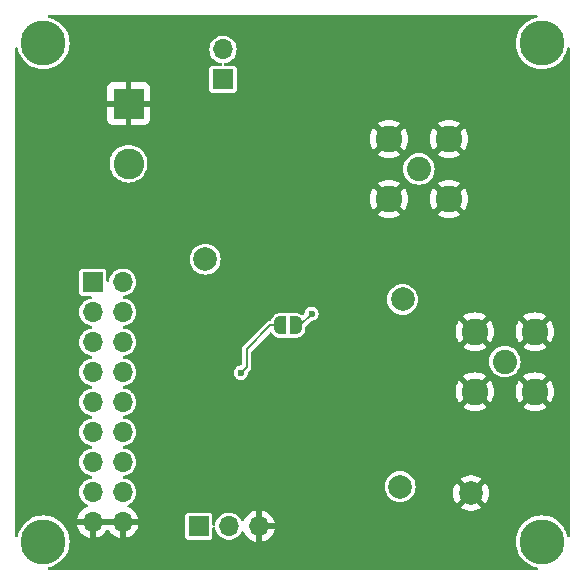
<source format=gbl>
G04 #@! TF.GenerationSoftware,KiCad,Pcbnew,8.0.6*
G04 #@! TF.CreationDate,2025-01-01T01:36:39-07:00*
G04 #@! TF.ProjectId,AD9744 Ersatz Eval Board Rev. A,41443937-3434-4204-9572-7361747a2045,rev?*
G04 #@! TF.SameCoordinates,Original*
G04 #@! TF.FileFunction,Copper,L2,Bot*
G04 #@! TF.FilePolarity,Positive*
%FSLAX46Y46*%
G04 Gerber Fmt 4.6, Leading zero omitted, Abs format (unit mm)*
G04 Created by KiCad (PCBNEW 8.0.6) date 2025-01-01 01:36:39*
%MOMM*%
%LPD*%
G01*
G04 APERTURE LIST*
G04 Aperture macros list*
%AMFreePoly0*
4,1,19,0.500000,-0.750000,0.000000,-0.750000,0.000000,-0.744911,-0.071157,-0.744911,-0.207708,-0.704816,-0.327430,-0.627875,-0.420627,-0.520320,-0.479746,-0.390866,-0.500000,-0.250000,-0.500000,0.250000,-0.479746,0.390866,-0.420627,0.520320,-0.327430,0.627875,-0.207708,0.704816,-0.071157,0.744911,0.000000,0.744911,0.000000,0.750000,0.500000,0.750000,0.500000,-0.750000,0.500000,-0.750000,
$1*%
%AMFreePoly1*
4,1,19,0.000000,0.744911,0.071157,0.744911,0.207708,0.704816,0.327430,0.627875,0.420627,0.520320,0.479746,0.390866,0.500000,0.250000,0.500000,-0.250000,0.479746,-0.390866,0.420627,-0.520320,0.327430,-0.627875,0.207708,-0.704816,0.071157,-0.744911,0.000000,-0.744911,0.000000,-0.750000,-0.500000,-0.750000,-0.500000,0.750000,0.000000,0.750000,0.000000,0.744911,0.000000,0.744911,
$1*%
G04 Aperture macros list end*
G04 #@! TA.AperFunction,ComponentPad*
%ADD10R,1.700000X1.700000*%
G04 #@! TD*
G04 #@! TA.AperFunction,ComponentPad*
%ADD11O,1.700000X1.700000*%
G04 #@! TD*
G04 #@! TA.AperFunction,ComponentPad*
%ADD12C,3.800000*%
G04 #@! TD*
G04 #@! TA.AperFunction,ComponentPad*
%ADD13C,2.000000*%
G04 #@! TD*
G04 #@! TA.AperFunction,ComponentPad*
%ADD14C,2.050000*%
G04 #@! TD*
G04 #@! TA.AperFunction,ComponentPad*
%ADD15C,2.250000*%
G04 #@! TD*
G04 #@! TA.AperFunction,ComponentPad*
%ADD16R,2.600000X2.600000*%
G04 #@! TD*
G04 #@! TA.AperFunction,ComponentPad*
%ADD17C,2.600000*%
G04 #@! TD*
G04 #@! TA.AperFunction,SMDPad,CuDef*
%ADD18FreePoly0,0.000000*%
G04 #@! TD*
G04 #@! TA.AperFunction,SMDPad,CuDef*
%ADD19FreePoly1,0.000000*%
G04 #@! TD*
G04 #@! TA.AperFunction,ViaPad*
%ADD20C,0.600000*%
G04 #@! TD*
G04 #@! TA.AperFunction,Conductor*
%ADD21C,0.200000*%
G04 #@! TD*
G04 APERTURE END LIST*
D10*
X124735000Y-100640000D03*
D11*
X127275000Y-100640000D03*
X124735000Y-103180000D03*
X127275000Y-103180000D03*
X124735000Y-105720000D03*
X127275000Y-105720000D03*
X124735000Y-108260000D03*
X127275000Y-108260000D03*
X124735000Y-110800000D03*
X127275000Y-110800000D03*
X124735000Y-113340000D03*
X127275000Y-113340000D03*
X124735000Y-115880000D03*
X127275000Y-115880000D03*
X124735000Y-118420000D03*
X127275000Y-118420000D03*
X124735000Y-120960000D03*
X127275000Y-120960000D03*
D12*
X162775000Y-122600000D03*
D13*
X150775000Y-117950000D03*
X150975000Y-102100000D03*
D12*
X120575000Y-122600000D03*
D14*
X159635000Y-107360000D03*
D15*
X157095000Y-104820000D03*
X157095000Y-109900000D03*
X162175000Y-104820000D03*
X162175000Y-109900000D03*
D12*
X120575000Y-80400000D03*
D10*
X135775000Y-83475000D03*
D11*
X135775000Y-80935000D03*
D10*
X133735000Y-121300000D03*
D11*
X136275000Y-121300000D03*
X138815000Y-121300000D03*
D14*
X152365000Y-91050000D03*
D15*
X149825000Y-88510000D03*
X149825000Y-93590000D03*
X154905000Y-88510000D03*
X154905000Y-93590000D03*
D16*
X127775000Y-85520000D03*
D17*
X127775000Y-90600000D03*
D13*
X134275000Y-98700000D03*
X156775000Y-118500000D03*
D12*
X162775000Y-80400000D03*
D18*
X140625000Y-104300000D03*
D19*
X141925000Y-104300000D03*
D20*
X145575000Y-104950000D03*
X143900735Y-101825735D03*
X137735000Y-103000000D03*
X139220947Y-107215482D03*
X141422748Y-111233667D03*
X146075000Y-109900000D03*
X136575000Y-119000000D03*
X142735000Y-96400000D03*
X145575000Y-114950000D03*
X126775000Y-97500000D03*
X138575000Y-119000000D03*
X125275000Y-97500000D03*
X129775000Y-97500000D03*
X138275000Y-85300000D03*
X141394740Y-113408073D03*
X144075000Y-104950000D03*
X144075000Y-114950000D03*
X145575000Y-92700000D03*
X136575000Y-97500000D03*
X151175000Y-112400000D03*
X137275000Y-108300000D03*
X143275000Y-103300000D03*
D21*
X140625000Y-104300000D02*
X139775000Y-104300000D01*
X137775000Y-107800000D02*
X137275000Y-108300000D01*
X137775000Y-106300000D02*
X137775000Y-107800000D01*
X139775000Y-104300000D02*
X137775000Y-106300000D01*
X143275000Y-103300000D02*
X142275000Y-104300000D01*
G04 #@! TA.AperFunction,Conductor*
G36*
X126809075Y-120767007D02*
G01*
X126775000Y-120894174D01*
X126775000Y-121025826D01*
X126809075Y-121152993D01*
X126841988Y-121210000D01*
X125168012Y-121210000D01*
X125200925Y-121152993D01*
X125235000Y-121025826D01*
X125235000Y-120894174D01*
X125200925Y-120767007D01*
X125168012Y-120710000D01*
X126841988Y-120710000D01*
X126809075Y-120767007D01*
G37*
G04 #@! TD.AperFunction*
G04 #@! TA.AperFunction,Conductor*
G36*
X162366755Y-78020185D02*
G01*
X162412510Y-78072989D01*
X162422454Y-78142147D01*
X162393429Y-78205703D01*
X162334651Y-78243477D01*
X162323907Y-78246117D01*
X162204254Y-78269917D01*
X162204239Y-78269921D01*
X161931094Y-78362642D01*
X161672393Y-78490219D01*
X161672386Y-78490223D01*
X161432547Y-78650478D01*
X161215672Y-78840672D01*
X161025478Y-79057547D01*
X160865223Y-79297386D01*
X160865219Y-79297393D01*
X160737642Y-79556094D01*
X160644921Y-79829239D01*
X160644917Y-79829254D01*
X160588646Y-80112150D01*
X160588644Y-80112162D01*
X160569778Y-80400000D01*
X160588644Y-80687837D01*
X160588646Y-80687849D01*
X160644917Y-80970745D01*
X160644921Y-80970760D01*
X160737642Y-81243905D01*
X160865219Y-81502606D01*
X160865223Y-81502613D01*
X161025478Y-81742452D01*
X161215672Y-81959327D01*
X161432547Y-82149521D01*
X161664961Y-82304815D01*
X161672389Y-82309778D01*
X161931098Y-82437359D01*
X162204247Y-82530081D01*
X162487161Y-82586356D01*
X162775000Y-82605222D01*
X163062839Y-82586356D01*
X163345753Y-82530081D01*
X163618902Y-82437359D01*
X163877611Y-82309778D01*
X164117454Y-82149520D01*
X164334327Y-81959327D01*
X164524520Y-81742454D01*
X164684778Y-81502611D01*
X164812359Y-81243902D01*
X164905081Y-80970753D01*
X164928883Y-80851091D01*
X164961268Y-80789181D01*
X165021983Y-80754607D01*
X165091753Y-80758346D01*
X165148425Y-80799212D01*
X165174006Y-80864231D01*
X165174500Y-80875283D01*
X165174500Y-122124716D01*
X165154815Y-122191755D01*
X165102011Y-122237510D01*
X165032853Y-122247454D01*
X164969297Y-122218429D01*
X164931523Y-122159651D01*
X164928883Y-122148907D01*
X164921238Y-122110474D01*
X164905081Y-122029247D01*
X164812359Y-121756098D01*
X164684778Y-121497389D01*
X164681841Y-121492993D01*
X164524521Y-121257547D01*
X164334327Y-121040672D01*
X164117452Y-120850478D01*
X163877613Y-120690223D01*
X163877606Y-120690219D01*
X163618905Y-120562642D01*
X163345760Y-120469921D01*
X163345754Y-120469919D01*
X163345753Y-120469919D01*
X163345751Y-120469918D01*
X163345745Y-120469917D01*
X163062849Y-120413646D01*
X163062839Y-120413644D01*
X162775000Y-120394778D01*
X162487161Y-120413644D01*
X162487155Y-120413645D01*
X162487150Y-120413646D01*
X162204254Y-120469917D01*
X162204239Y-120469921D01*
X161931094Y-120562642D01*
X161672393Y-120690219D01*
X161672386Y-120690223D01*
X161432547Y-120850478D01*
X161215672Y-121040672D01*
X161025478Y-121257547D01*
X160865223Y-121497386D01*
X160865219Y-121497393D01*
X160737642Y-121756094D01*
X160644921Y-122029239D01*
X160644917Y-122029254D01*
X160588646Y-122312150D01*
X160588644Y-122312162D01*
X160569778Y-122600000D01*
X160588644Y-122887837D01*
X160588646Y-122887849D01*
X160644917Y-123170745D01*
X160644921Y-123170760D01*
X160737642Y-123443905D01*
X160865219Y-123702606D01*
X160865223Y-123702613D01*
X161025478Y-123942452D01*
X161215672Y-124159327D01*
X161432547Y-124349521D01*
X161672386Y-124509776D01*
X161672389Y-124509778D01*
X161931098Y-124637359D01*
X162204247Y-124730081D01*
X162285474Y-124746238D01*
X162323907Y-124753883D01*
X162385818Y-124786268D01*
X162420392Y-124846983D01*
X162416653Y-124916753D01*
X162375786Y-124973425D01*
X162310768Y-124999006D01*
X162299716Y-124999500D01*
X121050284Y-124999500D01*
X120983245Y-124979815D01*
X120937490Y-124927011D01*
X120927546Y-124857853D01*
X120956571Y-124794297D01*
X121015349Y-124756523D01*
X121026093Y-124753883D01*
X121054685Y-124748195D01*
X121145753Y-124730081D01*
X121418902Y-124637359D01*
X121677611Y-124509778D01*
X121917454Y-124349520D01*
X122134327Y-124159327D01*
X122324520Y-123942454D01*
X122484778Y-123702611D01*
X122612359Y-123443902D01*
X122705081Y-123170753D01*
X122761356Y-122887839D01*
X122780222Y-122600000D01*
X122761356Y-122312161D01*
X122705081Y-122029247D01*
X122612359Y-121756098D01*
X122484778Y-121497389D01*
X122481841Y-121492993D01*
X122324521Y-121257547D01*
X122134327Y-121040672D01*
X121917452Y-120850478D01*
X121707210Y-120709999D01*
X123404364Y-120709999D01*
X123404364Y-120710000D01*
X124301988Y-120710000D01*
X124269075Y-120767007D01*
X124235000Y-120894174D01*
X124235000Y-121025826D01*
X124269075Y-121152993D01*
X124301988Y-121210000D01*
X123404364Y-121210000D01*
X123461567Y-121423486D01*
X123461570Y-121423492D01*
X123561399Y-121637578D01*
X123696894Y-121831082D01*
X123863917Y-121998105D01*
X124057421Y-122133600D01*
X124271507Y-122233429D01*
X124271516Y-122233433D01*
X124485000Y-122290634D01*
X124485000Y-121393012D01*
X124542007Y-121425925D01*
X124669174Y-121460000D01*
X124800826Y-121460000D01*
X124927993Y-121425925D01*
X124985000Y-121393012D01*
X124985000Y-122290633D01*
X125198483Y-122233433D01*
X125198492Y-122233429D01*
X125412578Y-122133600D01*
X125606082Y-121998105D01*
X125773105Y-121831082D01*
X125903425Y-121644968D01*
X125958002Y-121601344D01*
X126027501Y-121594151D01*
X126089855Y-121625673D01*
X126106575Y-121644968D01*
X126236894Y-121831082D01*
X126403917Y-121998105D01*
X126597421Y-122133600D01*
X126811507Y-122233429D01*
X126811516Y-122233433D01*
X127025000Y-122290634D01*
X127025000Y-121393012D01*
X127082007Y-121425925D01*
X127209174Y-121460000D01*
X127340826Y-121460000D01*
X127467993Y-121425925D01*
X127525000Y-121393012D01*
X127525000Y-122290633D01*
X127738483Y-122233433D01*
X127738492Y-122233429D01*
X127952578Y-122133600D01*
X128146082Y-121998105D01*
X128313105Y-121831082D01*
X128448600Y-121637578D01*
X128548429Y-121423492D01*
X128548432Y-121423486D01*
X128605636Y-121210000D01*
X127708012Y-121210000D01*
X127740925Y-121152993D01*
X127775000Y-121025826D01*
X127775000Y-120894174D01*
X127740925Y-120767007D01*
X127708012Y-120710000D01*
X128605636Y-120710000D01*
X128605635Y-120709999D01*
X128548432Y-120496513D01*
X128548429Y-120496507D01*
X128505820Y-120405131D01*
X132584500Y-120405131D01*
X132584500Y-122194856D01*
X132584502Y-122194882D01*
X132587413Y-122219987D01*
X132587415Y-122219991D01*
X132632793Y-122322764D01*
X132632794Y-122322765D01*
X132712235Y-122402206D01*
X132815009Y-122447585D01*
X132840135Y-122450500D01*
X134629864Y-122450499D01*
X134629879Y-122450497D01*
X134629882Y-122450497D01*
X134654987Y-122447586D01*
X134654988Y-122447585D01*
X134654991Y-122447585D01*
X134757765Y-122402206D01*
X134837206Y-122322765D01*
X134882585Y-122219991D01*
X134885500Y-122194865D01*
X134885499Y-121456046D01*
X134905183Y-121389009D01*
X134957987Y-121343254D01*
X135027146Y-121333310D01*
X135090702Y-121362335D01*
X135128476Y-121421113D01*
X135132970Y-121444606D01*
X135134397Y-121460000D01*
X135139244Y-121512310D01*
X135192675Y-121700099D01*
X135197596Y-121717392D01*
X135197596Y-121717394D01*
X135292632Y-121908253D01*
X135384009Y-122029254D01*
X135421128Y-122078407D01*
X135578698Y-122222052D01*
X135759981Y-122334298D01*
X135958802Y-122411321D01*
X136168390Y-122450500D01*
X136168392Y-122450500D01*
X136381608Y-122450500D01*
X136381610Y-122450500D01*
X136591198Y-122411321D01*
X136790019Y-122334298D01*
X136971302Y-122222052D01*
X137128872Y-122078407D01*
X137257366Y-121908255D01*
X137324325Y-121773781D01*
X137371825Y-121722548D01*
X137439488Y-121705126D01*
X137505828Y-121727051D01*
X137547705Y-121776651D01*
X137641399Y-121977578D01*
X137776894Y-122171082D01*
X137943917Y-122338105D01*
X138137421Y-122473600D01*
X138351507Y-122573429D01*
X138351516Y-122573433D01*
X138565000Y-122630634D01*
X138565000Y-121733012D01*
X138622007Y-121765925D01*
X138749174Y-121800000D01*
X138880826Y-121800000D01*
X139007993Y-121765925D01*
X139065000Y-121733012D01*
X139065000Y-122630633D01*
X139278483Y-122573433D01*
X139278492Y-122573429D01*
X139492578Y-122473600D01*
X139686082Y-122338105D01*
X139853105Y-122171082D01*
X139988600Y-121977578D01*
X140088429Y-121763492D01*
X140088432Y-121763486D01*
X140145636Y-121550000D01*
X139248012Y-121550000D01*
X139280925Y-121492993D01*
X139315000Y-121365826D01*
X139315000Y-121234174D01*
X139280925Y-121107007D01*
X139248012Y-121050000D01*
X140145636Y-121050000D01*
X140145635Y-121049999D01*
X140088432Y-120836513D01*
X140088429Y-120836507D01*
X139988600Y-120622422D01*
X139988599Y-120622420D01*
X139853113Y-120428926D01*
X139853108Y-120428920D01*
X139686082Y-120261894D01*
X139492578Y-120126399D01*
X139278492Y-120026570D01*
X139278486Y-120026567D01*
X139065000Y-119969364D01*
X139065000Y-120866988D01*
X139007993Y-120834075D01*
X138880826Y-120800000D01*
X138749174Y-120800000D01*
X138622007Y-120834075D01*
X138565000Y-120866988D01*
X138565000Y-119969364D01*
X138564999Y-119969364D01*
X138351513Y-120026567D01*
X138351507Y-120026570D01*
X138137422Y-120126399D01*
X138137420Y-120126400D01*
X137943926Y-120261886D01*
X137943920Y-120261891D01*
X137776891Y-120428920D01*
X137776886Y-120428926D01*
X137641400Y-120622420D01*
X137641399Y-120622422D01*
X137547705Y-120823348D01*
X137501532Y-120875787D01*
X137434339Y-120894939D01*
X137367457Y-120874723D01*
X137324324Y-120826216D01*
X137257366Y-120691745D01*
X137128872Y-120521593D01*
X136971302Y-120377948D01*
X136790019Y-120265702D01*
X136790017Y-120265701D01*
X136690608Y-120227190D01*
X136591198Y-120188679D01*
X136381610Y-120149500D01*
X136168390Y-120149500D01*
X135958802Y-120188679D01*
X135958799Y-120188679D01*
X135958799Y-120188680D01*
X135759982Y-120265701D01*
X135759980Y-120265702D01*
X135578699Y-120377947D01*
X135421127Y-120521593D01*
X135292632Y-120691746D01*
X135197596Y-120882605D01*
X135197596Y-120882607D01*
X135139244Y-121087689D01*
X135132970Y-121155394D01*
X135107183Y-121220331D01*
X135050383Y-121261018D01*
X134980602Y-121264538D01*
X134919995Y-121229772D01*
X134887806Y-121167759D01*
X134885499Y-121143952D01*
X134885499Y-120405143D01*
X134885499Y-120405136D01*
X134884298Y-120394778D01*
X134882586Y-120380012D01*
X134882585Y-120380010D01*
X134882585Y-120380009D01*
X134837206Y-120277235D01*
X134757765Y-120197794D01*
X134737124Y-120188680D01*
X134654992Y-120152415D01*
X134629865Y-120149500D01*
X132840143Y-120149500D01*
X132840117Y-120149502D01*
X132815012Y-120152413D01*
X132815008Y-120152415D01*
X132712235Y-120197793D01*
X132632794Y-120277234D01*
X132587415Y-120380006D01*
X132587415Y-120380008D01*
X132584500Y-120405131D01*
X128505820Y-120405131D01*
X128448600Y-120282422D01*
X128448599Y-120282420D01*
X128313113Y-120088926D01*
X128313108Y-120088920D01*
X128146082Y-119921894D01*
X127952578Y-119786399D01*
X127753426Y-119693533D01*
X127700987Y-119647360D01*
X127681835Y-119580167D01*
X127702051Y-119513286D01*
X127755216Y-119467951D01*
X127761005Y-119465537D01*
X127790019Y-119454298D01*
X127971302Y-119342052D01*
X128128872Y-119198407D01*
X128257366Y-119028255D01*
X128296310Y-118950045D01*
X128352403Y-118837394D01*
X128352403Y-118837393D01*
X128352405Y-118837389D01*
X128410756Y-118632310D01*
X128430429Y-118420000D01*
X128410756Y-118207690D01*
X128352405Y-118002611D01*
X128352403Y-118002606D01*
X128352403Y-118002605D01*
X128326208Y-117949998D01*
X149469532Y-117949998D01*
X149469532Y-117950001D01*
X149489364Y-118176686D01*
X149489366Y-118176697D01*
X149548258Y-118396488D01*
X149548261Y-118396497D01*
X149644431Y-118602732D01*
X149644432Y-118602734D01*
X149774954Y-118789141D01*
X149935858Y-118950045D01*
X149935861Y-118950047D01*
X150122266Y-119080568D01*
X150328504Y-119176739D01*
X150548308Y-119235635D01*
X150710230Y-119249801D01*
X150774998Y-119255468D01*
X150775000Y-119255468D01*
X150775002Y-119255468D01*
X150831673Y-119250509D01*
X151001692Y-119235635D01*
X151221496Y-119176739D01*
X151427734Y-119080568D01*
X151614139Y-118950047D01*
X151775047Y-118789139D01*
X151905568Y-118602734D01*
X151953477Y-118499994D01*
X155269859Y-118499994D01*
X155269859Y-118500005D01*
X155290385Y-118747729D01*
X155290387Y-118747738D01*
X155351412Y-118988717D01*
X155451266Y-119216364D01*
X155551564Y-119369882D01*
X156292037Y-118629409D01*
X156309075Y-118692993D01*
X156374901Y-118807007D01*
X156467993Y-118900099D01*
X156582007Y-118965925D01*
X156645590Y-118982962D01*
X155904942Y-119723609D01*
X155951768Y-119760055D01*
X155951770Y-119760056D01*
X156170385Y-119878364D01*
X156170396Y-119878369D01*
X156405506Y-119959083D01*
X156650707Y-120000000D01*
X156899293Y-120000000D01*
X157144493Y-119959083D01*
X157379603Y-119878369D01*
X157379614Y-119878364D01*
X157598228Y-119760057D01*
X157598231Y-119760055D01*
X157645056Y-119723609D01*
X156904409Y-118982962D01*
X156967993Y-118965925D01*
X157082007Y-118900099D01*
X157175099Y-118807007D01*
X157240925Y-118692993D01*
X157257962Y-118629410D01*
X157998434Y-119369882D01*
X158098731Y-119216369D01*
X158198587Y-118988717D01*
X158259612Y-118747738D01*
X158259614Y-118747729D01*
X158280141Y-118500005D01*
X158280141Y-118499994D01*
X158259614Y-118252270D01*
X158259612Y-118252261D01*
X158198587Y-118011282D01*
X158098731Y-117783630D01*
X157998434Y-117630116D01*
X157257962Y-118370589D01*
X157240925Y-118307007D01*
X157175099Y-118192993D01*
X157082007Y-118099901D01*
X156967993Y-118034075D01*
X156904410Y-118017037D01*
X157645057Y-117276390D01*
X157645056Y-117276389D01*
X157598229Y-117239943D01*
X157379614Y-117121635D01*
X157379603Y-117121630D01*
X157144493Y-117040916D01*
X156899293Y-117000000D01*
X156650707Y-117000000D01*
X156405506Y-117040916D01*
X156170396Y-117121630D01*
X156170390Y-117121632D01*
X155951761Y-117239949D01*
X155904942Y-117276388D01*
X155904942Y-117276390D01*
X156645590Y-118017037D01*
X156582007Y-118034075D01*
X156467993Y-118099901D01*
X156374901Y-118192993D01*
X156309075Y-118307007D01*
X156292037Y-118370589D01*
X155551564Y-117630116D01*
X155451267Y-117783632D01*
X155351412Y-118011282D01*
X155290387Y-118252261D01*
X155290385Y-118252270D01*
X155269859Y-118499994D01*
X151953477Y-118499994D01*
X152001739Y-118396496D01*
X152060635Y-118176692D01*
X152080468Y-117950000D01*
X152060635Y-117723308D01*
X152001739Y-117503504D01*
X151905568Y-117297266D01*
X151782589Y-117121632D01*
X151775045Y-117110858D01*
X151614141Y-116949954D01*
X151427734Y-116819432D01*
X151427732Y-116819431D01*
X151221497Y-116723261D01*
X151221488Y-116723258D01*
X151001697Y-116664366D01*
X151001693Y-116664365D01*
X151001692Y-116664365D01*
X151001691Y-116664364D01*
X151001686Y-116664364D01*
X150775002Y-116644532D01*
X150774998Y-116644532D01*
X150548313Y-116664364D01*
X150548302Y-116664366D01*
X150328511Y-116723258D01*
X150328502Y-116723261D01*
X150122267Y-116819431D01*
X150122265Y-116819432D01*
X149935858Y-116949954D01*
X149774954Y-117110858D01*
X149644432Y-117297265D01*
X149644431Y-117297267D01*
X149548261Y-117503502D01*
X149548258Y-117503511D01*
X149489366Y-117723302D01*
X149489364Y-117723313D01*
X149469532Y-117949998D01*
X128326208Y-117949998D01*
X128257367Y-117811746D01*
X128128872Y-117641593D01*
X128116282Y-117630116D01*
X127971302Y-117497948D01*
X127790019Y-117385702D01*
X127790017Y-117385701D01*
X127690608Y-117347190D01*
X127591198Y-117308679D01*
X127394385Y-117271888D01*
X127332106Y-117240221D01*
X127296833Y-117179908D01*
X127299767Y-117110100D01*
X127339976Y-117052960D01*
X127394384Y-117028111D01*
X127591198Y-116991321D01*
X127790019Y-116914298D01*
X127971302Y-116802052D01*
X128128872Y-116658407D01*
X128257366Y-116488255D01*
X128352405Y-116297389D01*
X128410756Y-116092310D01*
X128430429Y-115880000D01*
X128410756Y-115667690D01*
X128352405Y-115462611D01*
X128352403Y-115462606D01*
X128352403Y-115462605D01*
X128257367Y-115271746D01*
X128128872Y-115101593D01*
X127971302Y-114957948D01*
X127790019Y-114845702D01*
X127790017Y-114845701D01*
X127690608Y-114807190D01*
X127591198Y-114768679D01*
X127394385Y-114731888D01*
X127332106Y-114700221D01*
X127296833Y-114639908D01*
X127299767Y-114570100D01*
X127339976Y-114512960D01*
X127394384Y-114488111D01*
X127591198Y-114451321D01*
X127790019Y-114374298D01*
X127971302Y-114262052D01*
X128128872Y-114118407D01*
X128257366Y-113948255D01*
X128352405Y-113757389D01*
X128410756Y-113552310D01*
X128430429Y-113340000D01*
X128410756Y-113127690D01*
X128352405Y-112922611D01*
X128352403Y-112922606D01*
X128352403Y-112922605D01*
X128257367Y-112731746D01*
X128128872Y-112561593D01*
X127971302Y-112417948D01*
X127790019Y-112305702D01*
X127790017Y-112305701D01*
X127690608Y-112267190D01*
X127591198Y-112228679D01*
X127394385Y-112191888D01*
X127332106Y-112160221D01*
X127296833Y-112099908D01*
X127299767Y-112030100D01*
X127339976Y-111972960D01*
X127394384Y-111948111D01*
X127591198Y-111911321D01*
X127790019Y-111834298D01*
X127971302Y-111722052D01*
X128128872Y-111578407D01*
X128257366Y-111408255D01*
X128285197Y-111352363D01*
X128352403Y-111217394D01*
X128352403Y-111217393D01*
X128352405Y-111217389D01*
X128410756Y-111012310D01*
X128430429Y-110800000D01*
X128410756Y-110587690D01*
X128352405Y-110382611D01*
X128352403Y-110382606D01*
X128352403Y-110382605D01*
X128257367Y-110191746D01*
X128128872Y-110021593D01*
X128087325Y-109983718D01*
X127995492Y-109900000D01*
X155464975Y-109900000D01*
X155485042Y-110154989D01*
X155544752Y-110403702D01*
X155642634Y-110640012D01*
X155642636Y-110640015D01*
X155776277Y-110858098D01*
X155776284Y-110858107D01*
X155779533Y-110861912D01*
X156340884Y-110300560D01*
X156341740Y-110302626D01*
X156434762Y-110441844D01*
X156553156Y-110560238D01*
X156692374Y-110653260D01*
X156694437Y-110654114D01*
X156133087Y-111215465D01*
X156136897Y-111218719D01*
X156354984Y-111352363D01*
X156354987Y-111352365D01*
X156591297Y-111450247D01*
X156840011Y-111509957D01*
X156840010Y-111509957D01*
X157095000Y-111530024D01*
X157349989Y-111509957D01*
X157598702Y-111450247D01*
X157835012Y-111352365D01*
X157835015Y-111352363D01*
X158053095Y-111218724D01*
X158053110Y-111218713D01*
X158056911Y-111215466D01*
X158056911Y-111215464D01*
X157495562Y-110654114D01*
X157497626Y-110653260D01*
X157636844Y-110560238D01*
X157755238Y-110441844D01*
X157848260Y-110302626D01*
X157849114Y-110300561D01*
X158410464Y-110861911D01*
X158410466Y-110861911D01*
X158413713Y-110858110D01*
X158413724Y-110858095D01*
X158547363Y-110640015D01*
X158547365Y-110640012D01*
X158645247Y-110403702D01*
X158704957Y-110154989D01*
X158725024Y-109900000D01*
X160544975Y-109900000D01*
X160565042Y-110154989D01*
X160624752Y-110403702D01*
X160722634Y-110640012D01*
X160722636Y-110640015D01*
X160856277Y-110858098D01*
X160856284Y-110858107D01*
X160859533Y-110861912D01*
X161420884Y-110300560D01*
X161421740Y-110302626D01*
X161514762Y-110441844D01*
X161633156Y-110560238D01*
X161772374Y-110653260D01*
X161774437Y-110654114D01*
X161213087Y-111215465D01*
X161216897Y-111218719D01*
X161434984Y-111352363D01*
X161434987Y-111352365D01*
X161671297Y-111450247D01*
X161920011Y-111509957D01*
X161920010Y-111509957D01*
X162175000Y-111530024D01*
X162429989Y-111509957D01*
X162678702Y-111450247D01*
X162915012Y-111352365D01*
X162915015Y-111352363D01*
X163133095Y-111218724D01*
X163133110Y-111218713D01*
X163136911Y-111215466D01*
X163136911Y-111215464D01*
X162575562Y-110654114D01*
X162577626Y-110653260D01*
X162716844Y-110560238D01*
X162835238Y-110441844D01*
X162928260Y-110302626D01*
X162929114Y-110300561D01*
X163490464Y-110861911D01*
X163490466Y-110861911D01*
X163493713Y-110858110D01*
X163493724Y-110858095D01*
X163627363Y-110640015D01*
X163627365Y-110640012D01*
X163725247Y-110403702D01*
X163784957Y-110154989D01*
X163805024Y-109900000D01*
X163784957Y-109645010D01*
X163725247Y-109396297D01*
X163627365Y-109159987D01*
X163627363Y-109159984D01*
X163493719Y-108941897D01*
X163490465Y-108938087D01*
X162929114Y-109499437D01*
X162928260Y-109497374D01*
X162835238Y-109358156D01*
X162716844Y-109239762D01*
X162577626Y-109146740D01*
X162575561Y-109145884D01*
X163136912Y-108584533D01*
X163133107Y-108581284D01*
X163133098Y-108581277D01*
X162915015Y-108447636D01*
X162915012Y-108447634D01*
X162678702Y-108349752D01*
X162429988Y-108290042D01*
X162429989Y-108290042D01*
X162175000Y-108269975D01*
X161920010Y-108290042D01*
X161671297Y-108349752D01*
X161434987Y-108447634D01*
X161434984Y-108447636D01*
X161216893Y-108581282D01*
X161213086Y-108584532D01*
X161774438Y-109145884D01*
X161772374Y-109146740D01*
X161633156Y-109239762D01*
X161514762Y-109358156D01*
X161421740Y-109497374D01*
X161420884Y-109499438D01*
X160859532Y-108938086D01*
X160856282Y-108941893D01*
X160722636Y-109159984D01*
X160722634Y-109159987D01*
X160624752Y-109396297D01*
X160565042Y-109645010D01*
X160544975Y-109900000D01*
X158725024Y-109900000D01*
X158704957Y-109645010D01*
X158645247Y-109396297D01*
X158547365Y-109159987D01*
X158547363Y-109159984D01*
X158413719Y-108941897D01*
X158410465Y-108938087D01*
X157849114Y-109499437D01*
X157848260Y-109497374D01*
X157755238Y-109358156D01*
X157636844Y-109239762D01*
X157497626Y-109146740D01*
X157495561Y-109145884D01*
X158056912Y-108584533D01*
X158053107Y-108581284D01*
X158053098Y-108581277D01*
X157835015Y-108447636D01*
X157835012Y-108447634D01*
X157598702Y-108349752D01*
X157349988Y-108290042D01*
X157349989Y-108290042D01*
X157095000Y-108269975D01*
X156840010Y-108290042D01*
X156591297Y-108349752D01*
X156354987Y-108447634D01*
X156354984Y-108447636D01*
X156136893Y-108581282D01*
X156133086Y-108584532D01*
X156694438Y-109145884D01*
X156692374Y-109146740D01*
X156553156Y-109239762D01*
X156434762Y-109358156D01*
X156341740Y-109497374D01*
X156340884Y-109499438D01*
X155779532Y-108938086D01*
X155776282Y-108941893D01*
X155642636Y-109159984D01*
X155642634Y-109159987D01*
X155544752Y-109396297D01*
X155485042Y-109645010D01*
X155464975Y-109900000D01*
X127995492Y-109900000D01*
X127971302Y-109877948D01*
X127790019Y-109765702D01*
X127790017Y-109765701D01*
X127690608Y-109727190D01*
X127591198Y-109688679D01*
X127394385Y-109651888D01*
X127332106Y-109620221D01*
X127296833Y-109559908D01*
X127299767Y-109490100D01*
X127339976Y-109432960D01*
X127394384Y-109408111D01*
X127591198Y-109371321D01*
X127790019Y-109294298D01*
X127971302Y-109182052D01*
X128128872Y-109038407D01*
X128257366Y-108868255D01*
X128327064Y-108728281D01*
X128352403Y-108677394D01*
X128352403Y-108677393D01*
X128352405Y-108677389D01*
X128410756Y-108472310D01*
X128426723Y-108299998D01*
X136669318Y-108299998D01*
X136669318Y-108300001D01*
X136689955Y-108456760D01*
X136689956Y-108456762D01*
X136742880Y-108584533D01*
X136750464Y-108602841D01*
X136846718Y-108728282D01*
X136972159Y-108824536D01*
X137118238Y-108885044D01*
X137196619Y-108895363D01*
X137274999Y-108905682D01*
X137275000Y-108905682D01*
X137275001Y-108905682D01*
X137327254Y-108898802D01*
X137431762Y-108885044D01*
X137577841Y-108824536D01*
X137703282Y-108728282D01*
X137799536Y-108602841D01*
X137860044Y-108456762D01*
X137880682Y-108300000D01*
X137880681Y-108299997D01*
X137881144Y-108296485D01*
X137909410Y-108232589D01*
X137916393Y-108224998D01*
X138010701Y-108130689D01*
X138010706Y-108130686D01*
X138020911Y-108120480D01*
X138020913Y-108120480D01*
X138095480Y-108045913D01*
X138123628Y-107997159D01*
X138148207Y-107954588D01*
X138175500Y-107852727D01*
X138175500Y-107747273D01*
X138175500Y-107359998D01*
X158304437Y-107359998D01*
X158304437Y-107360001D01*
X158324650Y-107591044D01*
X158324651Y-107591051D01*
X158384678Y-107815074D01*
X158384679Y-107815076D01*
X158384680Y-107815079D01*
X158482699Y-108025282D01*
X158615730Y-108215269D01*
X158779731Y-108379270D01*
X158969718Y-108512301D01*
X159179921Y-108610320D01*
X159403950Y-108670349D01*
X159568985Y-108684787D01*
X159634998Y-108690563D01*
X159635000Y-108690563D01*
X159635002Y-108690563D01*
X159692762Y-108685509D01*
X159866050Y-108670349D01*
X160090079Y-108610320D01*
X160300282Y-108512301D01*
X160490269Y-108379270D01*
X160654270Y-108215269D01*
X160787301Y-108025282D01*
X160885320Y-107815079D01*
X160945349Y-107591050D01*
X160965563Y-107360000D01*
X160945349Y-107128950D01*
X160885320Y-106904921D01*
X160787301Y-106694719D01*
X160787299Y-106694716D01*
X160787298Y-106694714D01*
X160654273Y-106504735D01*
X160654268Y-106504729D01*
X160490269Y-106340730D01*
X160356799Y-106247273D01*
X160300282Y-106207699D01*
X160090079Y-106109680D01*
X160090076Y-106109679D01*
X160090074Y-106109678D01*
X159866051Y-106049651D01*
X159866044Y-106049650D01*
X159635002Y-106029437D01*
X159634998Y-106029437D01*
X159403955Y-106049650D01*
X159403948Y-106049651D01*
X159179917Y-106109681D01*
X158969718Y-106207699D01*
X158969714Y-106207701D01*
X158779735Y-106340726D01*
X158779729Y-106340731D01*
X158615731Y-106504729D01*
X158615726Y-106504735D01*
X158482701Y-106694714D01*
X158482699Y-106694718D01*
X158384681Y-106904917D01*
X158324651Y-107128948D01*
X158324650Y-107128955D01*
X158304437Y-107359998D01*
X138175500Y-107359998D01*
X138175500Y-106517254D01*
X138195185Y-106450215D01*
X138211814Y-106429578D01*
X139723523Y-104917868D01*
X139784844Y-104884385D01*
X139854536Y-104889369D01*
X139910469Y-104931241D01*
X139920036Y-104946128D01*
X139922155Y-104950009D01*
X139969162Y-105023153D01*
X139969173Y-105023169D01*
X140063320Y-105131821D01*
X140063323Y-105131823D01*
X140129030Y-105188758D01*
X140129037Y-105188764D01*
X140249985Y-105266493D01*
X140249991Y-105266496D01*
X140329087Y-105302618D01*
X140467042Y-105343125D01*
X140553111Y-105355500D01*
X140553112Y-105355500D01*
X141124998Y-105355500D01*
X141125000Y-105355500D01*
X141153188Y-105354197D01*
X141235063Y-105330901D01*
X141304929Y-105331487D01*
X141313792Y-105334541D01*
X141314638Y-105334869D01*
X141314639Y-105334869D01*
X141314641Y-105334870D01*
X141425000Y-105355500D01*
X141425002Y-105355500D01*
X141996888Y-105355500D01*
X141996889Y-105355500D01*
X142082958Y-105343125D01*
X142220913Y-105302618D01*
X142300009Y-105266496D01*
X142420963Y-105188764D01*
X142486681Y-105131819D01*
X142542035Y-105067936D01*
X142580826Y-105023169D01*
X142580828Y-105023166D01*
X142580835Y-105023158D01*
X142627844Y-104950010D01*
X142627846Y-104950005D01*
X142627850Y-104949998D01*
X142687218Y-104820000D01*
X155464975Y-104820000D01*
X155485042Y-105074989D01*
X155544752Y-105323702D01*
X155642634Y-105560012D01*
X155642636Y-105560015D01*
X155776277Y-105778098D01*
X155776284Y-105778107D01*
X155779533Y-105781912D01*
X156340884Y-105220560D01*
X156341740Y-105222626D01*
X156434762Y-105361844D01*
X156553156Y-105480238D01*
X156692374Y-105573260D01*
X156694437Y-105574114D01*
X156133087Y-106135465D01*
X156136897Y-106138719D01*
X156354984Y-106272363D01*
X156354987Y-106272365D01*
X156591297Y-106370247D01*
X156840011Y-106429957D01*
X156840010Y-106429957D01*
X157095000Y-106450024D01*
X157349989Y-106429957D01*
X157598702Y-106370247D01*
X157835012Y-106272365D01*
X157835015Y-106272363D01*
X158053095Y-106138724D01*
X158053110Y-106138713D01*
X158056911Y-106135466D01*
X158056911Y-106135464D01*
X157495562Y-105574114D01*
X157497626Y-105573260D01*
X157636844Y-105480238D01*
X157755238Y-105361844D01*
X157848260Y-105222626D01*
X157849114Y-105220561D01*
X158410464Y-105781911D01*
X158410466Y-105781911D01*
X158413713Y-105778110D01*
X158413724Y-105778095D01*
X158547363Y-105560015D01*
X158547365Y-105560012D01*
X158645247Y-105323702D01*
X158704957Y-105074989D01*
X158725024Y-104820000D01*
X160544975Y-104820000D01*
X160565042Y-105074989D01*
X160624752Y-105323702D01*
X160722634Y-105560012D01*
X160722636Y-105560015D01*
X160856277Y-105778098D01*
X160856284Y-105778107D01*
X160859533Y-105781912D01*
X161420884Y-105220560D01*
X161421740Y-105222626D01*
X161514762Y-105361844D01*
X161633156Y-105480238D01*
X161772374Y-105573260D01*
X161774437Y-105574114D01*
X161213087Y-106135465D01*
X161216897Y-106138719D01*
X161434984Y-106272363D01*
X161434987Y-106272365D01*
X161671297Y-106370247D01*
X161920011Y-106429957D01*
X161920010Y-106429957D01*
X162175000Y-106450024D01*
X162429989Y-106429957D01*
X162678702Y-106370247D01*
X162915012Y-106272365D01*
X162915015Y-106272363D01*
X163133095Y-106138724D01*
X163133110Y-106138713D01*
X163136911Y-106135466D01*
X163136911Y-106135464D01*
X162575562Y-105574114D01*
X162577626Y-105573260D01*
X162716844Y-105480238D01*
X162835238Y-105361844D01*
X162928260Y-105222626D01*
X162929114Y-105220561D01*
X163490464Y-105781911D01*
X163490466Y-105781911D01*
X163493713Y-105778110D01*
X163493724Y-105778095D01*
X163627363Y-105560015D01*
X163627365Y-105560012D01*
X163725247Y-105323702D01*
X163784957Y-105074989D01*
X163805024Y-104820000D01*
X163784957Y-104565010D01*
X163725247Y-104316297D01*
X163627365Y-104079987D01*
X163627363Y-104079984D01*
X163493719Y-103861897D01*
X163490465Y-103858087D01*
X162929114Y-104419437D01*
X162928260Y-104417374D01*
X162835238Y-104278156D01*
X162716844Y-104159762D01*
X162577626Y-104066740D01*
X162575561Y-104065884D01*
X163136912Y-103504533D01*
X163133107Y-103501284D01*
X163133098Y-103501277D01*
X162915015Y-103367636D01*
X162915012Y-103367634D01*
X162678702Y-103269752D01*
X162429988Y-103210042D01*
X162429989Y-103210042D01*
X162175000Y-103189975D01*
X161920010Y-103210042D01*
X161671297Y-103269752D01*
X161434987Y-103367634D01*
X161434984Y-103367636D01*
X161216893Y-103501282D01*
X161213086Y-103504532D01*
X161774438Y-104065884D01*
X161772374Y-104066740D01*
X161633156Y-104159762D01*
X161514762Y-104278156D01*
X161421740Y-104417374D01*
X161420884Y-104419438D01*
X160859532Y-103858086D01*
X160856282Y-103861893D01*
X160722636Y-104079984D01*
X160722634Y-104079987D01*
X160624752Y-104316297D01*
X160565042Y-104565010D01*
X160544975Y-104820000D01*
X158725024Y-104820000D01*
X158704957Y-104565010D01*
X158645247Y-104316297D01*
X158547365Y-104079987D01*
X158547363Y-104079984D01*
X158413719Y-103861897D01*
X158410465Y-103858087D01*
X157849114Y-104419437D01*
X157848260Y-104417374D01*
X157755238Y-104278156D01*
X157636844Y-104159762D01*
X157497626Y-104066740D01*
X157495561Y-104065884D01*
X158056912Y-103504533D01*
X158053107Y-103501284D01*
X158053098Y-103501277D01*
X157835015Y-103367636D01*
X157835012Y-103367634D01*
X157598702Y-103269752D01*
X157349988Y-103210042D01*
X157349989Y-103210042D01*
X157095000Y-103189975D01*
X156840010Y-103210042D01*
X156591297Y-103269752D01*
X156354987Y-103367634D01*
X156354984Y-103367636D01*
X156136893Y-103501282D01*
X156133086Y-103504532D01*
X156694438Y-104065884D01*
X156692374Y-104066740D01*
X156553156Y-104159762D01*
X156434762Y-104278156D01*
X156341740Y-104417374D01*
X156340884Y-104419438D01*
X155779532Y-103858086D01*
X155776282Y-103861893D01*
X155642636Y-104079984D01*
X155642634Y-104079987D01*
X155544752Y-104316297D01*
X155485042Y-104565010D01*
X155464975Y-104820000D01*
X142687218Y-104820000D01*
X142687572Y-104819225D01*
X142712070Y-104735793D01*
X142732532Y-104593478D01*
X142732533Y-104506524D01*
X142731762Y-104501160D01*
X142730500Y-104483516D01*
X142730500Y-104462254D01*
X142750185Y-104395215D01*
X142766819Y-104374573D01*
X142981630Y-104159762D01*
X143199991Y-103941400D01*
X143261312Y-103907917D01*
X143271485Y-103906144D01*
X143274997Y-103905681D01*
X143275000Y-103905682D01*
X143431762Y-103885044D01*
X143577841Y-103824536D01*
X143703282Y-103728282D01*
X143799536Y-103602841D01*
X143860044Y-103456762D01*
X143876271Y-103333503D01*
X143880682Y-103300001D01*
X143880682Y-103299998D01*
X143860044Y-103143239D01*
X143860044Y-103143238D01*
X143799536Y-102997159D01*
X143703282Y-102871718D01*
X143577841Y-102775464D01*
X143431762Y-102714956D01*
X143431760Y-102714955D01*
X143275001Y-102694318D01*
X143274999Y-102694318D01*
X143118239Y-102714955D01*
X143118237Y-102714956D01*
X142972160Y-102775463D01*
X142846718Y-102871718D01*
X142750463Y-102997160D01*
X142689956Y-103143237D01*
X142689956Y-103143238D01*
X142668855Y-103303513D01*
X142640588Y-103367409D01*
X142633597Y-103375008D01*
X142597109Y-103411496D01*
X142535786Y-103444981D01*
X142466094Y-103439997D01*
X142428229Y-103417531D01*
X142420968Y-103411240D01*
X142420962Y-103411235D01*
X142300014Y-103333506D01*
X142300008Y-103333503D01*
X142257034Y-103313877D01*
X142220913Y-103297382D01*
X142163566Y-103280543D01*
X142082956Y-103256874D01*
X142005951Y-103245803D01*
X141996889Y-103244500D01*
X141425000Y-103244500D01*
X141422130Y-103244632D01*
X141396816Y-103245802D01*
X141396806Y-103245804D01*
X141314937Y-103269098D01*
X141245070Y-103268511D01*
X141236217Y-103265462D01*
X141235363Y-103265131D01*
X141235359Y-103265130D01*
X141125000Y-103244500D01*
X140553111Y-103244500D01*
X140467043Y-103256874D01*
X140329087Y-103297382D01*
X140249991Y-103333503D01*
X140249985Y-103333506D01*
X140129037Y-103411235D01*
X140129030Y-103411241D01*
X140063323Y-103468176D01*
X140063320Y-103468178D01*
X139969173Y-103576830D01*
X139969162Y-103576846D01*
X139922158Y-103649984D01*
X139922149Y-103650001D01*
X139862430Y-103780768D01*
X139853719Y-103810436D01*
X139815944Y-103869214D01*
X139752388Y-103898238D01*
X139734742Y-103899500D01*
X139722273Y-103899500D01*
X139620410Y-103926793D01*
X139529087Y-103979520D01*
X139529084Y-103979522D01*
X137454522Y-106054084D01*
X137454518Y-106054090D01*
X137401792Y-106145412D01*
X137401793Y-106145413D01*
X137374500Y-106247273D01*
X137374500Y-107572473D01*
X137354815Y-107639512D01*
X137302011Y-107685267D01*
X137266686Y-107695412D01*
X137118238Y-107714956D01*
X137118237Y-107714956D01*
X136972160Y-107775463D01*
X136846718Y-107871718D01*
X136750463Y-107997160D01*
X136689956Y-108143237D01*
X136689955Y-108143239D01*
X136669318Y-108299998D01*
X128426723Y-108299998D01*
X128430429Y-108260000D01*
X128410756Y-108047690D01*
X128352405Y-107842611D01*
X128352403Y-107842606D01*
X128352403Y-107842605D01*
X128257367Y-107651746D01*
X128128872Y-107481593D01*
X127971302Y-107337948D01*
X127790019Y-107225702D01*
X127790017Y-107225701D01*
X127690608Y-107187190D01*
X127591198Y-107148679D01*
X127394385Y-107111888D01*
X127332106Y-107080221D01*
X127296833Y-107019908D01*
X127299767Y-106950100D01*
X127339976Y-106892960D01*
X127394384Y-106868111D01*
X127591198Y-106831321D01*
X127790019Y-106754298D01*
X127971302Y-106642052D01*
X128128872Y-106498407D01*
X128257366Y-106328255D01*
X128348410Y-106145413D01*
X128352403Y-106137394D01*
X128352403Y-106137393D01*
X128352405Y-106137389D01*
X128410756Y-105932310D01*
X128430429Y-105720000D01*
X128410756Y-105507690D01*
X128352405Y-105302611D01*
X128352403Y-105302606D01*
X128352403Y-105302605D01*
X128257367Y-105111746D01*
X128128872Y-104941593D01*
X128066118Y-104884385D01*
X127971302Y-104797948D01*
X127790019Y-104685702D01*
X127790017Y-104685701D01*
X127690608Y-104647190D01*
X127591198Y-104608679D01*
X127394385Y-104571888D01*
X127332106Y-104540221D01*
X127296833Y-104479908D01*
X127299767Y-104410100D01*
X127339976Y-104352960D01*
X127394384Y-104328111D01*
X127591198Y-104291321D01*
X127790019Y-104214298D01*
X127971302Y-104102052D01*
X128128872Y-103958407D01*
X128257366Y-103788255D01*
X128326216Y-103649984D01*
X128352403Y-103597394D01*
X128352403Y-103597393D01*
X128352405Y-103597389D01*
X128410756Y-103392310D01*
X128430429Y-103180000D01*
X128410756Y-102967690D01*
X128352405Y-102762611D01*
X128352403Y-102762606D01*
X128352403Y-102762605D01*
X128257367Y-102571746D01*
X128128872Y-102401593D01*
X127971302Y-102257948D01*
X127790019Y-102145702D01*
X127790017Y-102145701D01*
X127672050Y-102100001D01*
X127672042Y-102099998D01*
X149669532Y-102099998D01*
X149669532Y-102100001D01*
X149689364Y-102326686D01*
X149689366Y-102326697D01*
X149748258Y-102546488D01*
X149748261Y-102546497D01*
X149844431Y-102752732D01*
X149844432Y-102752734D01*
X149974954Y-102939141D01*
X150135858Y-103100045D01*
X150135861Y-103100047D01*
X150322266Y-103230568D01*
X150528504Y-103326739D01*
X150528509Y-103326740D01*
X150528511Y-103326741D01*
X150553751Y-103333504D01*
X150748308Y-103385635D01*
X150910230Y-103399801D01*
X150974998Y-103405468D01*
X150975000Y-103405468D01*
X150975002Y-103405468D01*
X151031673Y-103400509D01*
X151201692Y-103385635D01*
X151421496Y-103326739D01*
X151627734Y-103230568D01*
X151814139Y-103100047D01*
X151975047Y-102939139D01*
X152105568Y-102752734D01*
X152201739Y-102546496D01*
X152260635Y-102326692D01*
X152280468Y-102100000D01*
X152260635Y-101873308D01*
X152207311Y-101674298D01*
X152201741Y-101653511D01*
X152201738Y-101653502D01*
X152146424Y-101534882D01*
X152105568Y-101447266D01*
X151975047Y-101260861D01*
X151975045Y-101260858D01*
X151814141Y-101099954D01*
X151627734Y-100969432D01*
X151627732Y-100969431D01*
X151421497Y-100873261D01*
X151421488Y-100873258D01*
X151201697Y-100814366D01*
X151201693Y-100814365D01*
X151201692Y-100814365D01*
X151201691Y-100814364D01*
X151201686Y-100814364D01*
X150975002Y-100794532D01*
X150974998Y-100794532D01*
X150748313Y-100814364D01*
X150748302Y-100814366D01*
X150528511Y-100873258D01*
X150528502Y-100873261D01*
X150322267Y-100969431D01*
X150322265Y-100969432D01*
X150135858Y-101099954D01*
X149974954Y-101260858D01*
X149844432Y-101447265D01*
X149844431Y-101447267D01*
X149748261Y-101653502D01*
X149748258Y-101653511D01*
X149689366Y-101873302D01*
X149689364Y-101873313D01*
X149669532Y-102099998D01*
X127672042Y-102099998D01*
X127591198Y-102068679D01*
X127394385Y-102031888D01*
X127332106Y-102000221D01*
X127296833Y-101939908D01*
X127299767Y-101870100D01*
X127339976Y-101812960D01*
X127394384Y-101788111D01*
X127591198Y-101751321D01*
X127790019Y-101674298D01*
X127971302Y-101562052D01*
X128128872Y-101418407D01*
X128257366Y-101248255D01*
X128257367Y-101248253D01*
X128352403Y-101057394D01*
X128352403Y-101057393D01*
X128352405Y-101057389D01*
X128410756Y-100852310D01*
X128430429Y-100640000D01*
X128410756Y-100427690D01*
X128352405Y-100222611D01*
X128352403Y-100222606D01*
X128352403Y-100222605D01*
X128257367Y-100031746D01*
X128128872Y-99861593D01*
X128001133Y-99745143D01*
X127971302Y-99717948D01*
X127790019Y-99605702D01*
X127790017Y-99605701D01*
X127690608Y-99567190D01*
X127591198Y-99528679D01*
X127381610Y-99489500D01*
X127168390Y-99489500D01*
X126958802Y-99528679D01*
X126958799Y-99528679D01*
X126958799Y-99528680D01*
X126759982Y-99605701D01*
X126759980Y-99605702D01*
X126578699Y-99717947D01*
X126421127Y-99861593D01*
X126292632Y-100031746D01*
X126197596Y-100222605D01*
X126197596Y-100222607D01*
X126139244Y-100427689D01*
X126132970Y-100495394D01*
X126107183Y-100560331D01*
X126050383Y-100601018D01*
X125980602Y-100604538D01*
X125919995Y-100569772D01*
X125887806Y-100507759D01*
X125885499Y-100483952D01*
X125885499Y-99745143D01*
X125885499Y-99745136D01*
X125885497Y-99745117D01*
X125882586Y-99720012D01*
X125882585Y-99720010D01*
X125882585Y-99720009D01*
X125837206Y-99617235D01*
X125757765Y-99537794D01*
X125737124Y-99528680D01*
X125654992Y-99492415D01*
X125629865Y-99489500D01*
X123840143Y-99489500D01*
X123840117Y-99489502D01*
X123815012Y-99492413D01*
X123815008Y-99492415D01*
X123712235Y-99537793D01*
X123632794Y-99617234D01*
X123587415Y-99720006D01*
X123587415Y-99720008D01*
X123584500Y-99745131D01*
X123584500Y-101534856D01*
X123584502Y-101534882D01*
X123587413Y-101559987D01*
X123587415Y-101559991D01*
X123632793Y-101662764D01*
X123632794Y-101662765D01*
X123712235Y-101742206D01*
X123815009Y-101787585D01*
X123840135Y-101790500D01*
X124568758Y-101790499D01*
X124635795Y-101810183D01*
X124681550Y-101862987D01*
X124691494Y-101932146D01*
X124662469Y-101995702D01*
X124603691Y-102033476D01*
X124591542Y-102036388D01*
X124535116Y-102046935D01*
X124418802Y-102068679D01*
X124418800Y-102068679D01*
X124418798Y-102068680D01*
X124219982Y-102145701D01*
X124219980Y-102145702D01*
X124038699Y-102257947D01*
X123881127Y-102401593D01*
X123752632Y-102571746D01*
X123657596Y-102762605D01*
X123657596Y-102762607D01*
X123599244Y-102967689D01*
X123582978Y-103143237D01*
X123579571Y-103180000D01*
X123599244Y-103392310D01*
X123631174Y-103504532D01*
X123657596Y-103597392D01*
X123657596Y-103597394D01*
X123752632Y-103788253D01*
X123841660Y-103906144D01*
X123881128Y-103958407D01*
X124038698Y-104102052D01*
X124219981Y-104214298D01*
X124418802Y-104291321D01*
X124615613Y-104328111D01*
X124677893Y-104359779D01*
X124713166Y-104420092D01*
X124710232Y-104489900D01*
X124670023Y-104547040D01*
X124615613Y-104571888D01*
X124418802Y-104608679D01*
X124418799Y-104608679D01*
X124418799Y-104608680D01*
X124219982Y-104685701D01*
X124219980Y-104685702D01*
X124038699Y-104797947D01*
X123881127Y-104941593D01*
X123752632Y-105111746D01*
X123657596Y-105302605D01*
X123657596Y-105302607D01*
X123642547Y-105355500D01*
X123599244Y-105507690D01*
X123579571Y-105720000D01*
X123599244Y-105932310D01*
X123649710Y-106109678D01*
X123657596Y-106137392D01*
X123657596Y-106137394D01*
X123752632Y-106328253D01*
X123856574Y-106465893D01*
X123881128Y-106498407D01*
X124038698Y-106642052D01*
X124219981Y-106754298D01*
X124418802Y-106831321D01*
X124615613Y-106868111D01*
X124677893Y-106899779D01*
X124713166Y-106960092D01*
X124710232Y-107029900D01*
X124670023Y-107087040D01*
X124615613Y-107111888D01*
X124418802Y-107148679D01*
X124418799Y-107148679D01*
X124418799Y-107148680D01*
X124219982Y-107225701D01*
X124219980Y-107225702D01*
X124038699Y-107337947D01*
X123881127Y-107481593D01*
X123752632Y-107651746D01*
X123657596Y-107842605D01*
X123657596Y-107842607D01*
X123599750Y-108045913D01*
X123599244Y-108047690D01*
X123579571Y-108260000D01*
X123599244Y-108472310D01*
X123631174Y-108584532D01*
X123657596Y-108677392D01*
X123657596Y-108677394D01*
X123752632Y-108868253D01*
X123805368Y-108938086D01*
X123881128Y-109038407D01*
X124038698Y-109182052D01*
X124219981Y-109294298D01*
X124418802Y-109371321D01*
X124615613Y-109408111D01*
X124677893Y-109439779D01*
X124713166Y-109500092D01*
X124710232Y-109569900D01*
X124670023Y-109627040D01*
X124615613Y-109651888D01*
X124418802Y-109688679D01*
X124418799Y-109688679D01*
X124418799Y-109688680D01*
X124219982Y-109765701D01*
X124219980Y-109765702D01*
X124038699Y-109877947D01*
X123881127Y-110021593D01*
X123752632Y-110191746D01*
X123657596Y-110382605D01*
X123657596Y-110382607D01*
X123599244Y-110587689D01*
X123579571Y-110799999D01*
X123579571Y-110800000D01*
X123599244Y-111012310D01*
X123657596Y-111217392D01*
X123657596Y-111217394D01*
X123752632Y-111408253D01*
X123881127Y-111578406D01*
X123881128Y-111578407D01*
X124038698Y-111722052D01*
X124219981Y-111834298D01*
X124418802Y-111911321D01*
X124615613Y-111948111D01*
X124677893Y-111979779D01*
X124713166Y-112040092D01*
X124710232Y-112109900D01*
X124670023Y-112167040D01*
X124615613Y-112191888D01*
X124418802Y-112228679D01*
X124418799Y-112228679D01*
X124418799Y-112228680D01*
X124219982Y-112305701D01*
X124219980Y-112305702D01*
X124038699Y-112417947D01*
X123881127Y-112561593D01*
X123752632Y-112731746D01*
X123657596Y-112922605D01*
X123657596Y-112922607D01*
X123599244Y-113127689D01*
X123579571Y-113339999D01*
X123579571Y-113340000D01*
X123599244Y-113552310D01*
X123657596Y-113757392D01*
X123657596Y-113757394D01*
X123752632Y-113948253D01*
X123752634Y-113948255D01*
X123881128Y-114118407D01*
X124038698Y-114262052D01*
X124219981Y-114374298D01*
X124418802Y-114451321D01*
X124615613Y-114488111D01*
X124677893Y-114519779D01*
X124713166Y-114580092D01*
X124710232Y-114649900D01*
X124670023Y-114707040D01*
X124615613Y-114731888D01*
X124418802Y-114768679D01*
X124418799Y-114768679D01*
X124418799Y-114768680D01*
X124219982Y-114845701D01*
X124219980Y-114845702D01*
X124038699Y-114957947D01*
X123881127Y-115101593D01*
X123752632Y-115271746D01*
X123657596Y-115462605D01*
X123657596Y-115462607D01*
X123599244Y-115667689D01*
X123579571Y-115879999D01*
X123579571Y-115880000D01*
X123599244Y-116092310D01*
X123657596Y-116297392D01*
X123657596Y-116297394D01*
X123752632Y-116488253D01*
X123752634Y-116488255D01*
X123881128Y-116658407D01*
X124038698Y-116802052D01*
X124219981Y-116914298D01*
X124418802Y-116991321D01*
X124615613Y-117028111D01*
X124677893Y-117059779D01*
X124713166Y-117120092D01*
X124710232Y-117189900D01*
X124670023Y-117247040D01*
X124615613Y-117271888D01*
X124418802Y-117308679D01*
X124418799Y-117308679D01*
X124418799Y-117308680D01*
X124219982Y-117385701D01*
X124219980Y-117385702D01*
X124038699Y-117497947D01*
X123881127Y-117641593D01*
X123752632Y-117811746D01*
X123657596Y-118002605D01*
X123657596Y-118002607D01*
X123603426Y-118192993D01*
X123599244Y-118207690D01*
X123579571Y-118420000D01*
X123599244Y-118632310D01*
X123648950Y-118807007D01*
X123657596Y-118837392D01*
X123657596Y-118837394D01*
X123752632Y-119028253D01*
X123792139Y-119080568D01*
X123881128Y-119198407D01*
X124038698Y-119342052D01*
X124219981Y-119454298D01*
X124248961Y-119465525D01*
X124304362Y-119508095D01*
X124327954Y-119573861D01*
X124312244Y-119641942D01*
X124262222Y-119690722D01*
X124256573Y-119693533D01*
X124057422Y-119786399D01*
X124057420Y-119786400D01*
X123863926Y-119921886D01*
X123863920Y-119921891D01*
X123696891Y-120088920D01*
X123696886Y-120088926D01*
X123561400Y-120282420D01*
X123561399Y-120282422D01*
X123461570Y-120496507D01*
X123461567Y-120496513D01*
X123404364Y-120709999D01*
X121707210Y-120709999D01*
X121677613Y-120690223D01*
X121677606Y-120690219D01*
X121418905Y-120562642D01*
X121145760Y-120469921D01*
X121145754Y-120469919D01*
X121145753Y-120469919D01*
X121145751Y-120469918D01*
X121145745Y-120469917D01*
X120862849Y-120413646D01*
X120862839Y-120413644D01*
X120575000Y-120394778D01*
X120287161Y-120413644D01*
X120287155Y-120413645D01*
X120287150Y-120413646D01*
X120004254Y-120469917D01*
X120004239Y-120469921D01*
X119731094Y-120562642D01*
X119472393Y-120690219D01*
X119472386Y-120690223D01*
X119232547Y-120850478D01*
X119015672Y-121040672D01*
X118825478Y-121257547D01*
X118665223Y-121497386D01*
X118665219Y-121497393D01*
X118537642Y-121756094D01*
X118444921Y-122029239D01*
X118444917Y-122029254D01*
X118421117Y-122148907D01*
X118388732Y-122210818D01*
X118328017Y-122245392D01*
X118258247Y-122241653D01*
X118201575Y-122200786D01*
X118175994Y-122135768D01*
X118175500Y-122124716D01*
X118175500Y-98699998D01*
X132969532Y-98699998D01*
X132969532Y-98700001D01*
X132989364Y-98926686D01*
X132989366Y-98926697D01*
X133048258Y-99146488D01*
X133048261Y-99146497D01*
X133144431Y-99352732D01*
X133144432Y-99352734D01*
X133274954Y-99539141D01*
X133435858Y-99700045D01*
X133464370Y-99720009D01*
X133622266Y-99830568D01*
X133828504Y-99926739D01*
X134048308Y-99985635D01*
X134210230Y-99999801D01*
X134274998Y-100005468D01*
X134275000Y-100005468D01*
X134275002Y-100005468D01*
X134331673Y-100000509D01*
X134501692Y-99985635D01*
X134721496Y-99926739D01*
X134927734Y-99830568D01*
X135114139Y-99700047D01*
X135275047Y-99539139D01*
X135405568Y-99352734D01*
X135501739Y-99146496D01*
X135560635Y-98926692D01*
X135580468Y-98700000D01*
X135560635Y-98473308D01*
X135501739Y-98253504D01*
X135405568Y-98047266D01*
X135275047Y-97860861D01*
X135275045Y-97860858D01*
X135114141Y-97699954D01*
X134927734Y-97569432D01*
X134927732Y-97569431D01*
X134721497Y-97473261D01*
X134721488Y-97473258D01*
X134501697Y-97414366D01*
X134501693Y-97414365D01*
X134501692Y-97414365D01*
X134501691Y-97414364D01*
X134501686Y-97414364D01*
X134275002Y-97394532D01*
X134274998Y-97394532D01*
X134048313Y-97414364D01*
X134048302Y-97414366D01*
X133828511Y-97473258D01*
X133828502Y-97473261D01*
X133622267Y-97569431D01*
X133622265Y-97569432D01*
X133435858Y-97699954D01*
X133274954Y-97860858D01*
X133144432Y-98047265D01*
X133144431Y-98047267D01*
X133048261Y-98253502D01*
X133048258Y-98253511D01*
X132989366Y-98473302D01*
X132989364Y-98473313D01*
X132969532Y-98699998D01*
X118175500Y-98699998D01*
X118175500Y-93590000D01*
X148194975Y-93590000D01*
X148215042Y-93844989D01*
X148274752Y-94093702D01*
X148372634Y-94330012D01*
X148372636Y-94330015D01*
X148506277Y-94548098D01*
X148506284Y-94548107D01*
X148509533Y-94551912D01*
X149070884Y-93990560D01*
X149071740Y-93992626D01*
X149164762Y-94131844D01*
X149283156Y-94250238D01*
X149422374Y-94343260D01*
X149424437Y-94344114D01*
X148863087Y-94905465D01*
X148866897Y-94908719D01*
X149084984Y-95042363D01*
X149084987Y-95042365D01*
X149321297Y-95140247D01*
X149570011Y-95199957D01*
X149570010Y-95199957D01*
X149825000Y-95220024D01*
X150079989Y-95199957D01*
X150328702Y-95140247D01*
X150565012Y-95042365D01*
X150565015Y-95042363D01*
X150783095Y-94908724D01*
X150783110Y-94908713D01*
X150786911Y-94905466D01*
X150786911Y-94905464D01*
X150225562Y-94344114D01*
X150227626Y-94343260D01*
X150366844Y-94250238D01*
X150485238Y-94131844D01*
X150578260Y-93992626D01*
X150579114Y-93990561D01*
X151140464Y-94551911D01*
X151140466Y-94551911D01*
X151143713Y-94548110D01*
X151143724Y-94548095D01*
X151277363Y-94330015D01*
X151277365Y-94330012D01*
X151375247Y-94093702D01*
X151434957Y-93844989D01*
X151455024Y-93590000D01*
X153274975Y-93590000D01*
X153295042Y-93844989D01*
X153354752Y-94093702D01*
X153452634Y-94330012D01*
X153452636Y-94330015D01*
X153586277Y-94548098D01*
X153586284Y-94548107D01*
X153589533Y-94551912D01*
X154150884Y-93990560D01*
X154151740Y-93992626D01*
X154244762Y-94131844D01*
X154363156Y-94250238D01*
X154502374Y-94343260D01*
X154504437Y-94344114D01*
X153943087Y-94905465D01*
X153946897Y-94908719D01*
X154164984Y-95042363D01*
X154164987Y-95042365D01*
X154401297Y-95140247D01*
X154650011Y-95199957D01*
X154650010Y-95199957D01*
X154905000Y-95220024D01*
X155159989Y-95199957D01*
X155408702Y-95140247D01*
X155645012Y-95042365D01*
X155645015Y-95042363D01*
X155863095Y-94908724D01*
X155863110Y-94908713D01*
X155866911Y-94905466D01*
X155866911Y-94905464D01*
X155305562Y-94344114D01*
X155307626Y-94343260D01*
X155446844Y-94250238D01*
X155565238Y-94131844D01*
X155658260Y-93992626D01*
X155659114Y-93990561D01*
X156220464Y-94551911D01*
X156220466Y-94551911D01*
X156223713Y-94548110D01*
X156223724Y-94548095D01*
X156357363Y-94330015D01*
X156357365Y-94330012D01*
X156455247Y-94093702D01*
X156514957Y-93844989D01*
X156535024Y-93590000D01*
X156514957Y-93335010D01*
X156455247Y-93086297D01*
X156357365Y-92849987D01*
X156357363Y-92849984D01*
X156223719Y-92631897D01*
X156220465Y-92628087D01*
X155659114Y-93189437D01*
X155658260Y-93187374D01*
X155565238Y-93048156D01*
X155446844Y-92929762D01*
X155307626Y-92836740D01*
X155305561Y-92835884D01*
X155866912Y-92274533D01*
X155863107Y-92271284D01*
X155863098Y-92271277D01*
X155645015Y-92137636D01*
X155645012Y-92137634D01*
X155408702Y-92039752D01*
X155159988Y-91980042D01*
X155159989Y-91980042D01*
X154905000Y-91959975D01*
X154650010Y-91980042D01*
X154401297Y-92039752D01*
X154164987Y-92137634D01*
X154164984Y-92137636D01*
X153946893Y-92271282D01*
X153943086Y-92274532D01*
X154504438Y-92835884D01*
X154502374Y-92836740D01*
X154363156Y-92929762D01*
X154244762Y-93048156D01*
X154151740Y-93187374D01*
X154150884Y-93189438D01*
X153589532Y-92628086D01*
X153586282Y-92631893D01*
X153452636Y-92849984D01*
X153452634Y-92849987D01*
X153354752Y-93086297D01*
X153295042Y-93335010D01*
X153274975Y-93590000D01*
X151455024Y-93590000D01*
X151434957Y-93335010D01*
X151375247Y-93086297D01*
X151277365Y-92849987D01*
X151277363Y-92849984D01*
X151143719Y-92631897D01*
X151140465Y-92628087D01*
X150579114Y-93189437D01*
X150578260Y-93187374D01*
X150485238Y-93048156D01*
X150366844Y-92929762D01*
X150227626Y-92836740D01*
X150225561Y-92835884D01*
X150786912Y-92274533D01*
X150783107Y-92271284D01*
X150783098Y-92271277D01*
X150565015Y-92137636D01*
X150565012Y-92137634D01*
X150328702Y-92039752D01*
X150079988Y-91980042D01*
X150079989Y-91980042D01*
X149825000Y-91959975D01*
X149570010Y-91980042D01*
X149321297Y-92039752D01*
X149084987Y-92137634D01*
X149084984Y-92137636D01*
X148866893Y-92271282D01*
X148863086Y-92274532D01*
X149424438Y-92835884D01*
X149422374Y-92836740D01*
X149283156Y-92929762D01*
X149164762Y-93048156D01*
X149071740Y-93187374D01*
X149070884Y-93189438D01*
X148509532Y-92628086D01*
X148506282Y-92631893D01*
X148372636Y-92849984D01*
X148372634Y-92849987D01*
X148274752Y-93086297D01*
X148215042Y-93335010D01*
X148194975Y-93590000D01*
X118175500Y-93590000D01*
X118175500Y-90600000D01*
X126169551Y-90600000D01*
X126189317Y-90851151D01*
X126248126Y-91096110D01*
X126344533Y-91328859D01*
X126476160Y-91543653D01*
X126476161Y-91543656D01*
X126476164Y-91543659D01*
X126639776Y-91735224D01*
X126788066Y-91861875D01*
X126831343Y-91898838D01*
X126831346Y-91898839D01*
X127046140Y-92030466D01*
X127278889Y-92126873D01*
X127523852Y-92185683D01*
X127775000Y-92205449D01*
X128026148Y-92185683D01*
X128271111Y-92126873D01*
X128503859Y-92030466D01*
X128718659Y-91898836D01*
X128910224Y-91735224D01*
X129073836Y-91543659D01*
X129205466Y-91328859D01*
X129301873Y-91096111D01*
X129312944Y-91049998D01*
X151034437Y-91049998D01*
X151034437Y-91050001D01*
X151054650Y-91281044D01*
X151054651Y-91281051D01*
X151114678Y-91505074D01*
X151114679Y-91505076D01*
X151114680Y-91505079D01*
X151212699Y-91715282D01*
X151345730Y-91905269D01*
X151509731Y-92069270D01*
X151699718Y-92202301D01*
X151909921Y-92300320D01*
X152133950Y-92360349D01*
X152298985Y-92374787D01*
X152364998Y-92380563D01*
X152365000Y-92380563D01*
X152365002Y-92380563D01*
X152422762Y-92375509D01*
X152596050Y-92360349D01*
X152820079Y-92300320D01*
X153030282Y-92202301D01*
X153220269Y-92069270D01*
X153384270Y-91905269D01*
X153517301Y-91715282D01*
X153615320Y-91505079D01*
X153675349Y-91281050D01*
X153695563Y-91050000D01*
X153675349Y-90818950D01*
X153615320Y-90594921D01*
X153517301Y-90384719D01*
X153517299Y-90384716D01*
X153517298Y-90384714D01*
X153384273Y-90194735D01*
X153384268Y-90194729D01*
X153220269Y-90030730D01*
X153122631Y-89962363D01*
X153030282Y-89897699D01*
X152820079Y-89799680D01*
X152820076Y-89799679D01*
X152820074Y-89799678D01*
X152596051Y-89739651D01*
X152596044Y-89739650D01*
X152365002Y-89719437D01*
X152364998Y-89719437D01*
X152133955Y-89739650D01*
X152133948Y-89739651D01*
X151909917Y-89799681D01*
X151699718Y-89897699D01*
X151699714Y-89897701D01*
X151509735Y-90030726D01*
X151509729Y-90030731D01*
X151345731Y-90194729D01*
X151345726Y-90194735D01*
X151212701Y-90384714D01*
X151212699Y-90384718D01*
X151114681Y-90594917D01*
X151054651Y-90818948D01*
X151054650Y-90818955D01*
X151034437Y-91049998D01*
X129312944Y-91049998D01*
X129360683Y-90851148D01*
X129380449Y-90600000D01*
X129360683Y-90348852D01*
X129301873Y-90103889D01*
X129243251Y-89962363D01*
X129205466Y-89871140D01*
X129073839Y-89656346D01*
X129073838Y-89656343D01*
X129036875Y-89613066D01*
X128910224Y-89464776D01*
X128783571Y-89356604D01*
X128718656Y-89301161D01*
X128718653Y-89301160D01*
X128503859Y-89169533D01*
X128271110Y-89073126D01*
X128026151Y-89014317D01*
X127775000Y-88994551D01*
X127523848Y-89014317D01*
X127278889Y-89073126D01*
X127046140Y-89169533D01*
X126831346Y-89301160D01*
X126831343Y-89301161D01*
X126639776Y-89464776D01*
X126476161Y-89656343D01*
X126476160Y-89656346D01*
X126344533Y-89871140D01*
X126248126Y-90103889D01*
X126189317Y-90348848D01*
X126169551Y-90600000D01*
X118175500Y-90600000D01*
X118175500Y-88510000D01*
X148194975Y-88510000D01*
X148215042Y-88764989D01*
X148274752Y-89013702D01*
X148372634Y-89250012D01*
X148372636Y-89250015D01*
X148506277Y-89468098D01*
X148506284Y-89468107D01*
X148509533Y-89471912D01*
X149070884Y-88910560D01*
X149071740Y-88912626D01*
X149164762Y-89051844D01*
X149283156Y-89170238D01*
X149422374Y-89263260D01*
X149424437Y-89264114D01*
X148863087Y-89825465D01*
X148866897Y-89828719D01*
X149084984Y-89962363D01*
X149084987Y-89962365D01*
X149321297Y-90060247D01*
X149570011Y-90119957D01*
X149570010Y-90119957D01*
X149825000Y-90140024D01*
X150079989Y-90119957D01*
X150328702Y-90060247D01*
X150565012Y-89962365D01*
X150565015Y-89962363D01*
X150783095Y-89828724D01*
X150783110Y-89828713D01*
X150786911Y-89825466D01*
X150786911Y-89825464D01*
X150225562Y-89264114D01*
X150227626Y-89263260D01*
X150366844Y-89170238D01*
X150485238Y-89051844D01*
X150578260Y-88912626D01*
X150579114Y-88910561D01*
X151140464Y-89471911D01*
X151140466Y-89471911D01*
X151143713Y-89468110D01*
X151143724Y-89468095D01*
X151277363Y-89250015D01*
X151277365Y-89250012D01*
X151375247Y-89013702D01*
X151434957Y-88764989D01*
X151455024Y-88510000D01*
X153274975Y-88510000D01*
X153295042Y-88764989D01*
X153354752Y-89013702D01*
X153452634Y-89250012D01*
X153452636Y-89250015D01*
X153586277Y-89468098D01*
X153586284Y-89468107D01*
X153589533Y-89471912D01*
X154150884Y-88910560D01*
X154151740Y-88912626D01*
X154244762Y-89051844D01*
X154363156Y-89170238D01*
X154502374Y-89263260D01*
X154504437Y-89264114D01*
X153943087Y-89825465D01*
X153946897Y-89828719D01*
X154164984Y-89962363D01*
X154164987Y-89962365D01*
X154401297Y-90060247D01*
X154650011Y-90119957D01*
X154650010Y-90119957D01*
X154905000Y-90140024D01*
X155159989Y-90119957D01*
X155408702Y-90060247D01*
X155645012Y-89962365D01*
X155645015Y-89962363D01*
X155863095Y-89828724D01*
X155863110Y-89828713D01*
X155866911Y-89825466D01*
X155866911Y-89825464D01*
X155305562Y-89264114D01*
X155307626Y-89263260D01*
X155446844Y-89170238D01*
X155565238Y-89051844D01*
X155658260Y-88912626D01*
X155659114Y-88910561D01*
X156220464Y-89471911D01*
X156220466Y-89471911D01*
X156223713Y-89468110D01*
X156223724Y-89468095D01*
X156357363Y-89250015D01*
X156357365Y-89250012D01*
X156455247Y-89013702D01*
X156514957Y-88764989D01*
X156535024Y-88510000D01*
X156514957Y-88255010D01*
X156455247Y-88006297D01*
X156357365Y-87769987D01*
X156357363Y-87769984D01*
X156223719Y-87551897D01*
X156220465Y-87548087D01*
X155659114Y-88109437D01*
X155658260Y-88107374D01*
X155565238Y-87968156D01*
X155446844Y-87849762D01*
X155307626Y-87756740D01*
X155305561Y-87755884D01*
X155866912Y-87194533D01*
X155863107Y-87191284D01*
X155863098Y-87191277D01*
X155645015Y-87057636D01*
X155645012Y-87057634D01*
X155408702Y-86959752D01*
X155159988Y-86900042D01*
X155159989Y-86900042D01*
X154905000Y-86879975D01*
X154650010Y-86900042D01*
X154401297Y-86959752D01*
X154164987Y-87057634D01*
X154164984Y-87057636D01*
X153946893Y-87191282D01*
X153943086Y-87194532D01*
X154504438Y-87755884D01*
X154502374Y-87756740D01*
X154363156Y-87849762D01*
X154244762Y-87968156D01*
X154151740Y-88107374D01*
X154150884Y-88109438D01*
X153589532Y-87548086D01*
X153586282Y-87551893D01*
X153452636Y-87769984D01*
X153452634Y-87769987D01*
X153354752Y-88006297D01*
X153295042Y-88255010D01*
X153274975Y-88510000D01*
X151455024Y-88510000D01*
X151434957Y-88255010D01*
X151375247Y-88006297D01*
X151277365Y-87769987D01*
X151277363Y-87769984D01*
X151143719Y-87551897D01*
X151140465Y-87548087D01*
X150579114Y-88109437D01*
X150578260Y-88107374D01*
X150485238Y-87968156D01*
X150366844Y-87849762D01*
X150227626Y-87756740D01*
X150225561Y-87755884D01*
X150786912Y-87194533D01*
X150783107Y-87191284D01*
X150783098Y-87191277D01*
X150565015Y-87057636D01*
X150565012Y-87057634D01*
X150328702Y-86959752D01*
X150079988Y-86900042D01*
X150079989Y-86900042D01*
X149825000Y-86879975D01*
X149570010Y-86900042D01*
X149321297Y-86959752D01*
X149084987Y-87057634D01*
X149084984Y-87057636D01*
X148866893Y-87191282D01*
X148863086Y-87194532D01*
X149424438Y-87755884D01*
X149422374Y-87756740D01*
X149283156Y-87849762D01*
X149164762Y-87968156D01*
X149071740Y-88107374D01*
X149070884Y-88109438D01*
X148509532Y-87548086D01*
X148506282Y-87551893D01*
X148372636Y-87769984D01*
X148372634Y-87769987D01*
X148274752Y-88006297D01*
X148215042Y-88255010D01*
X148194975Y-88510000D01*
X118175500Y-88510000D01*
X118175500Y-84172155D01*
X125975000Y-84172155D01*
X125975000Y-85270000D01*
X127174999Y-85270000D01*
X127149979Y-85330402D01*
X127125000Y-85455981D01*
X127125000Y-85584019D01*
X127149979Y-85709598D01*
X127174999Y-85770000D01*
X125975000Y-85770000D01*
X125975000Y-86867844D01*
X125981401Y-86927372D01*
X125981403Y-86927379D01*
X126031645Y-87062086D01*
X126031649Y-87062093D01*
X126117809Y-87177187D01*
X126117812Y-87177190D01*
X126232906Y-87263350D01*
X126232913Y-87263354D01*
X126367620Y-87313596D01*
X126367627Y-87313598D01*
X126427155Y-87319999D01*
X126427172Y-87320000D01*
X127525000Y-87320000D01*
X127525000Y-86120001D01*
X127585402Y-86145021D01*
X127710981Y-86170000D01*
X127839019Y-86170000D01*
X127964598Y-86145021D01*
X128025000Y-86120001D01*
X128025000Y-87320000D01*
X129122828Y-87320000D01*
X129122844Y-87319999D01*
X129182372Y-87313598D01*
X129182379Y-87313596D01*
X129317086Y-87263354D01*
X129317093Y-87263350D01*
X129432187Y-87177190D01*
X129432190Y-87177187D01*
X129518350Y-87062093D01*
X129518354Y-87062086D01*
X129568596Y-86927379D01*
X129568598Y-86927372D01*
X129574999Y-86867844D01*
X129575000Y-86867827D01*
X129575000Y-85770000D01*
X128375001Y-85770000D01*
X128400021Y-85709598D01*
X128425000Y-85584019D01*
X128425000Y-85455981D01*
X128400021Y-85330402D01*
X128375001Y-85270000D01*
X129575000Y-85270000D01*
X129575000Y-84172172D01*
X129574999Y-84172155D01*
X129568598Y-84112627D01*
X129568596Y-84112620D01*
X129518354Y-83977913D01*
X129518350Y-83977906D01*
X129432190Y-83862812D01*
X129432187Y-83862809D01*
X129317093Y-83776649D01*
X129317086Y-83776645D01*
X129182379Y-83726403D01*
X129182372Y-83726401D01*
X129122844Y-83720000D01*
X128025000Y-83720000D01*
X128025000Y-84919998D01*
X127964598Y-84894979D01*
X127839019Y-84870000D01*
X127710981Y-84870000D01*
X127585402Y-84894979D01*
X127525000Y-84919998D01*
X127525000Y-83720000D01*
X126427155Y-83720000D01*
X126367627Y-83726401D01*
X126367620Y-83726403D01*
X126232913Y-83776645D01*
X126232906Y-83776649D01*
X126117812Y-83862809D01*
X126117809Y-83862812D01*
X126031649Y-83977906D01*
X126031645Y-83977913D01*
X125981403Y-84112620D01*
X125981401Y-84112627D01*
X125975000Y-84172155D01*
X118175500Y-84172155D01*
X118175500Y-80875283D01*
X118195185Y-80808244D01*
X118247989Y-80762489D01*
X118317147Y-80752545D01*
X118380703Y-80781570D01*
X118418477Y-80840348D01*
X118421117Y-80851092D01*
X118444917Y-80970745D01*
X118444921Y-80970760D01*
X118537642Y-81243905D01*
X118665219Y-81502606D01*
X118665223Y-81502613D01*
X118825478Y-81742452D01*
X119015672Y-81959327D01*
X119232547Y-82149521D01*
X119464961Y-82304815D01*
X119472389Y-82309778D01*
X119731098Y-82437359D01*
X120004247Y-82530081D01*
X120287161Y-82586356D01*
X120575000Y-82605222D01*
X120862839Y-82586356D01*
X121145753Y-82530081D01*
X121418902Y-82437359D01*
X121677611Y-82309778D01*
X121917454Y-82149520D01*
X122134327Y-81959327D01*
X122324520Y-81742454D01*
X122484778Y-81502611D01*
X122612359Y-81243902D01*
X122705081Y-80970753D01*
X122712193Y-80934999D01*
X134619571Y-80934999D01*
X134619571Y-80935000D01*
X134639244Y-81147310D01*
X134697596Y-81352392D01*
X134697596Y-81352394D01*
X134792632Y-81543253D01*
X134792634Y-81543255D01*
X134921128Y-81713407D01*
X135078698Y-81857052D01*
X135259981Y-81969298D01*
X135458802Y-82046321D01*
X135631544Y-82078612D01*
X135693823Y-82110279D01*
X135729096Y-82170591D01*
X135726162Y-82240400D01*
X135685953Y-82297540D01*
X135621235Y-82323871D01*
X135608757Y-82324500D01*
X134880143Y-82324500D01*
X134880117Y-82324502D01*
X134855012Y-82327413D01*
X134855008Y-82327415D01*
X134752235Y-82372793D01*
X134672794Y-82452234D01*
X134627415Y-82555006D01*
X134627415Y-82555008D01*
X134624500Y-82580131D01*
X134624500Y-84369856D01*
X134624502Y-84369882D01*
X134627413Y-84394987D01*
X134627415Y-84394991D01*
X134672793Y-84497764D01*
X134672794Y-84497765D01*
X134752235Y-84577206D01*
X134855009Y-84622585D01*
X134880135Y-84625500D01*
X136669864Y-84625499D01*
X136669879Y-84625497D01*
X136669882Y-84625497D01*
X136694987Y-84622586D01*
X136694988Y-84622585D01*
X136694991Y-84622585D01*
X136797765Y-84577206D01*
X136877206Y-84497765D01*
X136922585Y-84394991D01*
X136925500Y-84369865D01*
X136925499Y-82580136D01*
X136925497Y-82580117D01*
X136922586Y-82555012D01*
X136922585Y-82555010D01*
X136922585Y-82555009D01*
X136877206Y-82452235D01*
X136797765Y-82372794D01*
X136797763Y-82372793D01*
X136694992Y-82327415D01*
X136669868Y-82324500D01*
X135941243Y-82324500D01*
X135874204Y-82304815D01*
X135828449Y-82252011D01*
X135818505Y-82182853D01*
X135847530Y-82119297D01*
X135906308Y-82081523D01*
X135918441Y-82078614D01*
X136091198Y-82046321D01*
X136290019Y-81969298D01*
X136471302Y-81857052D01*
X136628872Y-81713407D01*
X136757366Y-81543255D01*
X136852405Y-81352389D01*
X136910756Y-81147310D01*
X136930429Y-80935000D01*
X136910756Y-80722690D01*
X136852405Y-80517611D01*
X136852403Y-80517606D01*
X136852403Y-80517605D01*
X136757367Y-80326746D01*
X136628872Y-80156593D01*
X136580134Y-80112162D01*
X136471302Y-80012948D01*
X136290019Y-79900702D01*
X136290017Y-79900701D01*
X136190608Y-79862190D01*
X136091198Y-79823679D01*
X135881610Y-79784500D01*
X135668390Y-79784500D01*
X135458802Y-79823679D01*
X135458799Y-79823679D01*
X135458799Y-79823680D01*
X135259982Y-79900701D01*
X135259980Y-79900702D01*
X135078699Y-80012947D01*
X134921127Y-80156593D01*
X134792632Y-80326746D01*
X134697596Y-80517605D01*
X134697596Y-80517607D01*
X134639244Y-80722689D01*
X134619571Y-80934999D01*
X122712193Y-80934999D01*
X122761356Y-80687839D01*
X122780222Y-80400000D01*
X122761356Y-80112161D01*
X122705081Y-79829247D01*
X122612359Y-79556098D01*
X122484778Y-79297389D01*
X122324520Y-79057546D01*
X122275402Y-79001538D01*
X122134327Y-78840672D01*
X121917452Y-78650478D01*
X121677613Y-78490223D01*
X121677606Y-78490219D01*
X121418905Y-78362642D01*
X121145760Y-78269921D01*
X121145754Y-78269919D01*
X121145753Y-78269919D01*
X121145751Y-78269918D01*
X121145745Y-78269917D01*
X121026093Y-78246117D01*
X120964182Y-78213732D01*
X120929608Y-78153017D01*
X120933347Y-78083247D01*
X120974214Y-78026575D01*
X121039232Y-78000994D01*
X121050284Y-78000500D01*
X162299716Y-78000500D01*
X162366755Y-78020185D01*
G37*
G04 #@! TD.AperFunction*
M02*

</source>
